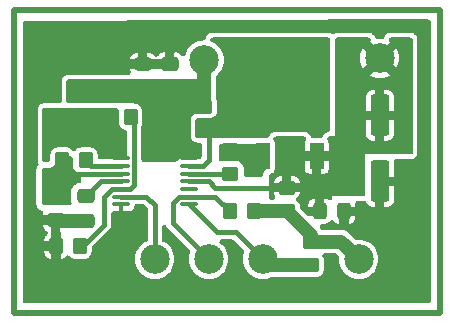
<source format=gbr>
%TF.GenerationSoftware,KiCad,Pcbnew,(5.99.0-8944-g488cfb9ec7)*%
%TF.CreationDate,2021-07-25T21:07:32+02:00*%
%TF.ProjectId,hotswap_tb,686f7473-7761-4705-9f74-622e6b696361,rev?*%
%TF.SameCoordinates,Original*%
%TF.FileFunction,Copper,L1,Top*%
%TF.FilePolarity,Positive*%
%FSLAX46Y46*%
G04 Gerber Fmt 4.6, Leading zero omitted, Abs format (unit mm)*
G04 Created by KiCad (PCBNEW (5.99.0-8944-g488cfb9ec7)) date 2021-07-25 21:07:32*
%MOMM*%
%LPD*%
G01*
G04 APERTURE LIST*
G04 Aperture macros list*
%AMRoundRect*
0 Rectangle with rounded corners*
0 $1 Rounding radius*
0 $2 $3 $4 $5 $6 $7 $8 $9 X,Y pos of 4 corners*
0 Add a 4 corners polygon primitive as box body*
4,1,4,$2,$3,$4,$5,$6,$7,$8,$9,$2,$3,0*
0 Add four circle primitives for the rounded corners*
1,1,$1+$1,$2,$3*
1,1,$1+$1,$4,$5*
1,1,$1+$1,$6,$7*
1,1,$1+$1,$8,$9*
0 Add four rect primitives between the rounded corners*
20,1,$1+$1,$2,$3,$4,$5,0*
20,1,$1+$1,$4,$5,$6,$7,0*
20,1,$1+$1,$6,$7,$8,$9,0*
20,1,$1+$1,$8,$9,$2,$3,0*%
G04 Aperture macros list end*
%TA.AperFunction,Profile*%
%ADD10C,0.500000*%
%TD*%
%TA.AperFunction,SMDPad,CuDef*%
%ADD11C,2.500000*%
%TD*%
%TA.AperFunction,SMDPad,CuDef*%
%ADD12RoundRect,0.100000X-0.637500X-0.100000X0.637500X-0.100000X0.637500X0.100000X-0.637500X0.100000X0*%
%TD*%
%TA.AperFunction,SMDPad,CuDef*%
%ADD13RoundRect,0.250000X-0.350000X-0.450000X0.350000X-0.450000X0.350000X0.450000X-0.350000X0.450000X0*%
%TD*%
%TA.AperFunction,SMDPad,CuDef*%
%ADD14RoundRect,0.250000X0.350000X0.450000X-0.350000X0.450000X-0.350000X-0.450000X0.350000X-0.450000X0*%
%TD*%
%TA.AperFunction,SMDPad,CuDef*%
%ADD15RoundRect,0.250000X-0.325000X-0.450000X0.325000X-0.450000X0.325000X0.450000X-0.325000X0.450000X0*%
%TD*%
%TA.AperFunction,SMDPad,CuDef*%
%ADD16RoundRect,0.250000X-0.450000X0.350000X-0.450000X-0.350000X0.450000X-0.350000X0.450000X0.350000X0*%
%TD*%
%TA.AperFunction,SMDPad,CuDef*%
%ADD17RoundRect,0.250000X0.450000X-0.325000X0.450000X0.325000X-0.450000X0.325000X-0.450000X-0.325000X0*%
%TD*%
%TA.AperFunction,SMDPad,CuDef*%
%ADD18RoundRect,0.250000X-0.475000X0.337500X-0.475000X-0.337500X0.475000X-0.337500X0.475000X0.337500X0*%
%TD*%
%TA.AperFunction,SMDPad,CuDef*%
%ADD19RoundRect,0.250000X-0.550000X1.500000X-0.550000X-1.500000X0.550000X-1.500000X0.550000X1.500000X0*%
%TD*%
%TA.AperFunction,SMDPad,CuDef*%
%ADD20R,1.200000X2.200000*%
%TD*%
%TA.AperFunction,SMDPad,CuDef*%
%ADD21R,5.800000X6.400000*%
%TD*%
%TA.AperFunction,SMDPad,CuDef*%
%ADD22RoundRect,0.250000X0.475000X-0.337500X0.475000X0.337500X-0.475000X0.337500X-0.475000X-0.337500X0*%
%TD*%
%TA.AperFunction,SMDPad,CuDef*%
%ADD23RoundRect,0.250000X0.450000X-0.350000X0.450000X0.350000X-0.450000X0.350000X-0.450000X-0.350000X0*%
%TD*%
%TA.AperFunction,Conductor*%
%ADD24C,1.175000*%
%TD*%
%TA.AperFunction,Conductor*%
%ADD25C,0.800000*%
%TD*%
%TA.AperFunction,Conductor*%
%ADD26C,0.400000*%
%TD*%
G04 APERTURE END LIST*
D10*
X140716000Y-47244000D02*
X176784000Y-47244000D01*
X176784000Y-47244000D02*
X176784000Y-72898000D01*
X176784000Y-72898000D02*
X140716000Y-72898000D01*
X140716000Y-72898000D02*
X140716000Y-47244000D01*
D11*
%TO.P,TP5,1,1*%
%TO.N,Net-(TP5-Pad1)*%
X152654000Y-68326000D03*
%TD*%
D12*
%TO.P,U2,1,UVEN*%
%TO.N,Net-(R1-Pad2)*%
X149791500Y-59772000D03*
%TO.P,U2,2,VREF*%
%TO.N,/VREF*%
X149791500Y-60422000D03*
%TO.P,U2,3,PROG*%
%TO.N,/PROG*%
X149791500Y-61072000D03*
%TO.P,U2,4,TIMER*%
%TO.N,/TIMER*%
X149791500Y-61722000D03*
%TO.P,U2,5,OV*%
%TO.N,/EN*%
X149791500Y-62372000D03*
%TO.P,U2,6,IMON*%
%TO.N,Net-(TP5-Pad1)*%
X149791500Y-63022000D03*
%TO.P,U2,7,GND*%
%TO.N,GND*%
X149791500Y-63672000D03*
%TO.P,U2,8,~PG*%
%TO.N,/PG*%
X155516500Y-63672000D03*
%TO.P,U2,9,~FLT*%
%TO.N,Net-(R10-Pad2)*%
X155516500Y-63022000D03*
%TO.P,U2,10,NC*%
%TO.N,N/C*%
X155516500Y-62372000D03*
%TO.P,U2,11,OUT*%
%TO.N,/OUT*%
X155516500Y-61722000D03*
%TO.P,U2,12,GATE*%
%TO.N,/GATE*%
X155516500Y-61072000D03*
%TO.P,U2,13,SENSE*%
%TO.N,/SENS*%
X155516500Y-60422000D03*
%TO.P,U2,14,VCC*%
%TO.N,/HS_in*%
X155516500Y-59772000D03*
%TD*%
D11*
%TO.P,TP6,1,1*%
%TO.N,/OUT*%
X171704000Y-51308000D03*
%TD*%
%TO.P,TP4,1,1*%
%TO.N,/PG*%
X161798000Y-68326000D03*
%TD*%
D13*
%TO.P,R2,1*%
%TO.N,Net-(R1-Pad2)*%
X148606000Y-56261000D03*
%TO.P,R2,2*%
%TO.N,/EN*%
X150606000Y-56261000D03*
%TD*%
D14*
%TO.P,R3,1*%
%TO.N,/EN*%
X146304000Y-67183000D03*
%TO.P,R3,2*%
%TO.N,GND*%
X144304000Y-67183000D03*
%TD*%
D15*
%TO.P,D2,1,K*%
%TO.N,/OUT*%
X166615000Y-64262000D03*
%TO.P,D2,2,A*%
%TO.N,GND*%
X168665000Y-64262000D03*
%TD*%
D16*
%TO.P,R1,1*%
%TO.N,/HS_in*%
X146177000Y-54372000D03*
%TO.P,R1,2*%
%TO.N,Net-(R1-Pad2)*%
X146177000Y-56372000D03*
%TD*%
D17*
%TO.P,D1,1,K*%
%TO.N,/HS_in*%
X151638000Y-53857000D03*
%TO.P,D1,2,A*%
%TO.N,GND*%
X151638000Y-51807000D03*
%TD*%
D18*
%TO.P,C2,1*%
%TO.N,/TIMER*%
X146812000Y-62970500D03*
%TO.P,C2,2*%
%TO.N,GND*%
X146812000Y-65045500D03*
%TD*%
D11*
%TO.P,TP2,1,1*%
%TO.N,Net-(R10-Pad1)*%
X169926000Y-68326000D03*
%TD*%
%TO.P,TP1,1,1*%
%TO.N,/HS_in*%
X156845000Y-51435000D03*
%TD*%
D14*
%TO.P,R10,1*%
%TO.N,Net-(R10-Pad1)*%
X161020000Y-64262000D03*
%TO.P,R10,2*%
%TO.N,Net-(R10-Pad2)*%
X159020000Y-64262000D03*
%TD*%
D11*
%TO.P,TP3,1,1*%
%TO.N,Net-(R10-Pad2)*%
X157226000Y-68326000D03*
%TD*%
D13*
%TO.P,R6,1*%
%TO.N,/PROG*%
X144812000Y-59944000D03*
%TO.P,R6,2*%
%TO.N,/VREF*%
X146812000Y-59944000D03*
%TD*%
D19*
%TO.P,C3,1*%
%TO.N,/OUT*%
X171704000Y-56128000D03*
%TO.P,C3,2*%
%TO.N,GND*%
X171704000Y-61728000D03*
%TD*%
D16*
%TO.P,R9,1*%
%TO.N,Net-(R10-Pad1)*%
X165862000Y-66818000D03*
%TO.P,R9,2*%
%TO.N,/PG*%
X165862000Y-68818000D03*
%TD*%
D20*
%TO.P,Q1,1,G*%
%TO.N,Net-(Q1-Pad1)*%
X161804000Y-59572000D03*
D21*
%TO.P,Q1,2,D*%
%TO.N,/SENS*%
X164084000Y-53272000D03*
D20*
%TO.P,Q1,3,S*%
%TO.N,/OUT*%
X166364000Y-59572000D03*
%TD*%
D16*
%TO.P,R5,1*%
%TO.N,/PROG*%
X144272000Y-63008000D03*
%TO.P,R5,2*%
%TO.N,GND*%
X144272000Y-65008000D03*
%TD*%
D22*
%TO.P,C1,1*%
%TO.N,/HS_in*%
X153924000Y-53869500D03*
%TO.P,C1,2*%
%TO.N,GND*%
X153924000Y-51794500D03*
%TD*%
D16*
%TO.P,R4,1*%
%TO.N,/HS_in*%
X156845000Y-55388000D03*
%TO.P,R4,2*%
%TO.N,/SENS*%
X156845000Y-57388000D03*
%TD*%
%TO.P,R8,1*%
%TO.N,/OUT*%
X163830000Y-62262000D03*
%TO.P,R8,2*%
%TO.N,Net-(R10-Pad1)*%
X163830000Y-64262000D03*
%TD*%
D23*
%TO.P,R7,1*%
%TO.N,/GATE*%
X159004000Y-61087000D03*
%TO.P,R7,2*%
%TO.N,Net-(Q1-Pad1)*%
X159004000Y-59087000D03*
%TD*%
D24*
%TO.N,GND*%
X144309500Y-65045500D02*
X144272000Y-65008000D01*
X146812000Y-65045500D02*
X144309500Y-65045500D01*
D25*
%TO.N,/HS_in*%
X156845000Y-55388000D02*
X156829000Y-55388000D01*
D24*
X156845000Y-51435000D02*
X156845000Y-55388000D01*
D26*
%TO.N,/TIMER*%
X148060500Y-61722000D02*
X146812000Y-62970500D01*
X149791500Y-61722000D02*
X148060500Y-61722000D01*
%TO.N,/OUT*%
X157766000Y-62262000D02*
X163830000Y-62262000D01*
X155516500Y-61722000D02*
X157226000Y-61722000D01*
X157226000Y-61722000D02*
X157766000Y-62262000D01*
%TO.N,/SENS*%
X157226000Y-57769000D02*
X156845000Y-57388000D01*
X157226000Y-59944000D02*
X157226000Y-57769000D01*
X155516500Y-60422000D02*
X156748000Y-60422000D01*
X156748000Y-60422000D02*
X157226000Y-59944000D01*
%TO.N,/EN*%
X148996864Y-62372000D02*
X148336000Y-63032864D01*
X146558000Y-67183000D02*
X146304000Y-67183000D01*
X149791500Y-62372000D02*
X148996864Y-62372000D01*
X150929020Y-62029116D02*
X150929020Y-56711020D01*
X149791500Y-62372000D02*
X150586136Y-62372000D01*
X150586136Y-62372000D02*
X150929020Y-62029116D01*
X150929020Y-56711020D02*
X150479000Y-56261000D01*
X148336000Y-63032864D02*
X148336000Y-65405000D01*
X148336000Y-65405000D02*
X146558000Y-67183000D01*
%TO.N,/PROG*%
X145940000Y-61072000D02*
X144812000Y-59944000D01*
X149791500Y-61072000D02*
X145940000Y-61072000D01*
%TO.N,/VREF*%
X147290000Y-60422000D02*
X146812000Y-59944000D01*
X149791500Y-60422000D02*
X147290000Y-60422000D01*
%TO.N,/GATE*%
X158989000Y-61072000D02*
X159004000Y-61087000D01*
X155516500Y-61072000D02*
X158989000Y-61072000D01*
D24*
%TO.N,Net-(R10-Pad1)*%
X168418000Y-66818000D02*
X165862000Y-66818000D01*
X165862000Y-66818000D02*
X165862000Y-66294000D01*
X165862000Y-66294000D02*
X163830000Y-64262000D01*
X169926000Y-68326000D02*
X168418000Y-66818000D01*
X161020000Y-64262000D02*
X163830000Y-64262000D01*
%TO.N,/PG*%
X162290000Y-68818000D02*
X161798000Y-68326000D01*
D26*
X161798000Y-68326000D02*
X159512000Y-66040000D01*
D24*
X165862000Y-68818000D02*
X162290000Y-68818000D01*
D26*
X159512000Y-66040000D02*
X157884500Y-66040000D01*
X157884500Y-66040000D02*
X155516500Y-63672000D01*
%TO.N,Net-(R10-Pad2)*%
X154178000Y-65278000D02*
X154178000Y-64262000D01*
X154178000Y-63565864D02*
X154721864Y-63022000D01*
X157226000Y-68326000D02*
X154178000Y-65278000D01*
X157780000Y-63022000D02*
X159020000Y-64262000D01*
X154178000Y-64262000D02*
X154178000Y-63565864D01*
X154721864Y-63022000D02*
X155516500Y-63022000D01*
X155516500Y-63022000D02*
X157780000Y-63022000D01*
%TO.N,Net-(TP5-Pad1)*%
X152654000Y-63754000D02*
X152654000Y-68326000D01*
X149791500Y-63022000D02*
X151922000Y-63022000D01*
X151922000Y-63022000D02*
X152654000Y-63754000D01*
%TD*%
%TA.AperFunction,Conductor*%
%TO.N,Net-(R1-Pad2)*%
G36*
X149499252Y-55518707D02*
G01*
X149568493Y-55573926D01*
X149606920Y-55653718D01*
X149608384Y-55735288D01*
X149607259Y-55741184D01*
X149607258Y-55741190D01*
X149605500Y-55750408D01*
X149605500Y-56750579D01*
X149621094Y-56874016D01*
X149681581Y-57026790D01*
X149778161Y-57159721D01*
X149904766Y-57264457D01*
X149916090Y-57269786D01*
X149916092Y-57269787D01*
X150042110Y-57329087D01*
X150053439Y-57334418D01*
X150065734Y-57336763D01*
X150065739Y-57336765D01*
X150137595Y-57350472D01*
X150166809Y-57356044D01*
X150247929Y-57391581D01*
X150305597Y-57458795D01*
X150328520Y-57551519D01*
X150328520Y-59622500D01*
X150308813Y-59708843D01*
X150253594Y-59778084D01*
X150173802Y-59816511D01*
X150129520Y-59821500D01*
X148011500Y-59821500D01*
X147925157Y-59801793D01*
X147855916Y-59746574D01*
X147817489Y-59666782D01*
X147812500Y-59622500D01*
X147812500Y-59454421D01*
X147796906Y-59330984D01*
X147736419Y-59178210D01*
X147718897Y-59154092D01*
X147647201Y-59055412D01*
X147639839Y-59045279D01*
X147513234Y-58940543D01*
X147501910Y-58935214D01*
X147501908Y-58935213D01*
X147375890Y-58875913D01*
X147375889Y-58875913D01*
X147364561Y-58870582D01*
X147296114Y-58857525D01*
X147231814Y-58845259D01*
X147231812Y-58845259D01*
X147222592Y-58843500D01*
X146422421Y-58843500D01*
X146298984Y-58859094D01*
X146146210Y-58919581D01*
X146013279Y-59016161D01*
X146005299Y-59025808D01*
X146005293Y-59025813D01*
X145966721Y-59072439D01*
X145896500Y-59126406D01*
X145809817Y-59144560D01*
X145723842Y-59123306D01*
X145652397Y-59062563D01*
X145639839Y-59045279D01*
X145513234Y-58940543D01*
X145501910Y-58935214D01*
X145501908Y-58935213D01*
X145375890Y-58875913D01*
X145375889Y-58875913D01*
X145364561Y-58870582D01*
X145296114Y-58857525D01*
X145231814Y-58845259D01*
X145231812Y-58845259D01*
X145222592Y-58843500D01*
X144422421Y-58843500D01*
X144298984Y-58859094D01*
X144146210Y-58919581D01*
X144013279Y-59016161D01*
X143995793Y-59037298D01*
X143924642Y-59123306D01*
X143908543Y-59142766D01*
X143903214Y-59154090D01*
X143903213Y-59154092D01*
X143843913Y-59280110D01*
X143838582Y-59291439D01*
X143811500Y-59433408D01*
X143811500Y-59872000D01*
X143791793Y-59958343D01*
X143736574Y-60027584D01*
X143656782Y-60066011D01*
X143612500Y-60071000D01*
X143328000Y-60071000D01*
X143241657Y-60051293D01*
X143172416Y-59996074D01*
X143133989Y-59916282D01*
X143129000Y-59872000D01*
X143129000Y-55698000D01*
X143148707Y-55611657D01*
X143203926Y-55542416D01*
X143283718Y-55503989D01*
X143328000Y-55499000D01*
X149412909Y-55499000D01*
X149499252Y-55518707D01*
G37*
%TD.AperFunction*%
%TD*%
%TA.AperFunction,Conductor*%
%TO.N,/SENS*%
G36*
X167381343Y-49549707D02*
G01*
X167450584Y-49604926D01*
X167489011Y-49684718D01*
X167494000Y-49729000D01*
X167494000Y-57331342D01*
X167474293Y-57417685D01*
X167419074Y-57486926D01*
X167334917Y-57526297D01*
X167289560Y-57535584D01*
X167289554Y-57535585D01*
X167286821Y-57536145D01*
X167284124Y-57536857D01*
X167253712Y-57544884D01*
X167253710Y-57544885D01*
X167243450Y-57547593D01*
X167131943Y-57604410D01*
X167060294Y-57656467D01*
X167018981Y-57690959D01*
X166943170Y-57790530D01*
X166939470Y-57797405D01*
X166939468Y-57797409D01*
X166916550Y-57840000D01*
X166901204Y-57868519D01*
X166878950Y-57917513D01*
X166876552Y-57916424D01*
X166840039Y-57977529D01*
X166766124Y-58026314D01*
X166696210Y-58039000D01*
X166028938Y-58039000D01*
X165942595Y-58019293D01*
X165873354Y-57964074D01*
X165843654Y-57907374D01*
X165842201Y-57907938D01*
X165839369Y-57900641D01*
X165837122Y-57893160D01*
X165832847Y-57884282D01*
X165800143Y-57816375D01*
X165798695Y-57813368D01*
X165772142Y-57766571D01*
X165687709Y-57674196D01*
X165668172Y-57658615D01*
X165662405Y-57654017D01*
X165618468Y-57618977D01*
X165574228Y-57588327D01*
X165563855Y-57584166D01*
X165563851Y-57584164D01*
X165465332Y-57544646D01*
X165465326Y-57544644D01*
X165458076Y-57541736D01*
X165450461Y-57539998D01*
X165450458Y-57539997D01*
X165420121Y-57533073D01*
X165371733Y-57522029D01*
X165366198Y-57521405D01*
X165366190Y-57521404D01*
X165288268Y-57512624D01*
X165288260Y-57512624D01*
X165282726Y-57512000D01*
X162885892Y-57512000D01*
X162880902Y-57512506D01*
X162880894Y-57512506D01*
X162810656Y-57519623D01*
X162810649Y-57519624D01*
X162805656Y-57520130D01*
X162800739Y-57521137D01*
X162800731Y-57521138D01*
X162755453Y-57530409D01*
X162727444Y-57536144D01*
X162724743Y-57536857D01*
X162694338Y-57544882D01*
X162694335Y-57544883D01*
X162684072Y-57547592D01*
X162572565Y-57604408D01*
X162566244Y-57609001D01*
X162566240Y-57609003D01*
X162503622Y-57654498D01*
X162500915Y-57656465D01*
X162459605Y-57690953D01*
X162452837Y-57699842D01*
X162452835Y-57699844D01*
X162394625Y-57776296D01*
X162383792Y-57790524D01*
X162341825Y-57868512D01*
X162340441Y-57871559D01*
X162340437Y-57871567D01*
X162323916Y-57907938D01*
X162319568Y-57917511D01*
X162317170Y-57916422D01*
X162280665Y-57977520D01*
X162206753Y-58026310D01*
X162136828Y-58039000D01*
X156282000Y-58039000D01*
X156195657Y-58019293D01*
X156126416Y-57964074D01*
X156087989Y-57884282D01*
X156083000Y-57840000D01*
X156083000Y-56581091D01*
X156102707Y-56494748D01*
X156157926Y-56425507D01*
X156237718Y-56387080D01*
X156319288Y-56385616D01*
X156325184Y-56386741D01*
X156325190Y-56386742D01*
X156334408Y-56388500D01*
X157334579Y-56388500D01*
X157458016Y-56372906D01*
X157610790Y-56312419D01*
X157743721Y-56215839D01*
X157848457Y-56089234D01*
X157918418Y-55940561D01*
X157945500Y-55798592D01*
X157945500Y-54998421D01*
X157929906Y-54874984D01*
X157869419Y-54722210D01*
X157862057Y-54712078D01*
X157857615Y-54703997D01*
X157833289Y-54618840D01*
X157833000Y-54608127D01*
X157833000Y-52853323D01*
X157852707Y-52766980D01*
X157902760Y-52702002D01*
X158009673Y-52610690D01*
X158015615Y-52605615D01*
X158184328Y-52408078D01*
X158188408Y-52401421D01*
X158188411Y-52401416D01*
X158315977Y-52193245D01*
X158320061Y-52186581D01*
X158419474Y-51946578D01*
X158480118Y-51693977D01*
X158500500Y-51435000D01*
X158480118Y-51176023D01*
X158419474Y-50923422D01*
X158320061Y-50683419D01*
X158269143Y-50600329D01*
X158188411Y-50468584D01*
X158188408Y-50468579D01*
X158184328Y-50461922D01*
X158015615Y-50264385D01*
X157818078Y-50095672D01*
X157811421Y-50091592D01*
X157811416Y-50091589D01*
X157679671Y-50010857D01*
X157596581Y-49959939D01*
X157482902Y-49912852D01*
X157410675Y-49861602D01*
X157367835Y-49784090D01*
X157362870Y-49695666D01*
X157396762Y-49613844D01*
X157462799Y-49554830D01*
X157547901Y-49530313D01*
X157559058Y-49530000D01*
X167295000Y-49530000D01*
X167381343Y-49549707D01*
G37*
%TD.AperFunction*%
%TD*%
%TA.AperFunction,Conductor*%
%TO.N,Net-(Q1-Pad1)*%
G36*
X162188843Y-58566707D02*
G01*
X162258084Y-58621926D01*
X162296511Y-58701718D01*
X162301500Y-58746000D01*
X162301500Y-60456772D01*
X162281793Y-60543115D01*
X162226574Y-60612356D01*
X162188844Y-60636064D01*
X162164163Y-60647950D01*
X162164157Y-60647953D01*
X162160507Y-60649711D01*
X162089082Y-60691598D01*
X161983759Y-60790663D01*
X161928540Y-60859904D01*
X161882352Y-60928649D01*
X161830443Y-61063602D01*
X161810736Y-61149945D01*
X161810110Y-61155501D01*
X161809121Y-61164279D01*
X161779871Y-61247872D01*
X161717248Y-61310497D01*
X161633655Y-61339748D01*
X161611372Y-61341000D01*
X160411500Y-61341000D01*
X160325157Y-61321293D01*
X160255916Y-61266074D01*
X160217489Y-61186282D01*
X160212500Y-61142000D01*
X160212500Y-60694114D01*
X160211548Y-60685944D01*
X160198361Y-60572845D01*
X160197022Y-60561357D01*
X160136687Y-60395136D01*
X160039731Y-60247253D01*
X159911355Y-60125642D01*
X159758445Y-60036825D01*
X159589204Y-59985567D01*
X159579033Y-59984659D01*
X159579032Y-59984659D01*
X159514440Y-59978894D01*
X159514433Y-59978894D01*
X159510022Y-59978500D01*
X158511114Y-59978500D01*
X158505378Y-59979169D01*
X158505374Y-59979169D01*
X158389840Y-59992639D01*
X158389838Y-59992639D01*
X158378357Y-59993978D01*
X158367489Y-59997923D01*
X158359781Y-59999745D01*
X158271220Y-60000430D01*
X158191133Y-59962623D01*
X158135380Y-59893810D01*
X158115000Y-59806083D01*
X158115000Y-58746000D01*
X158134707Y-58659657D01*
X158189926Y-58590416D01*
X158269718Y-58551989D01*
X158314000Y-58547000D01*
X162102500Y-58547000D01*
X162188843Y-58566707D01*
G37*
%TD.AperFunction*%
%TD*%
%TA.AperFunction,Conductor*%
%TO.N,/OUT*%
G36*
X170831767Y-49549707D02*
G01*
X170901008Y-49604926D01*
X170939435Y-49684718D01*
X170939435Y-49773282D01*
X170901008Y-49853074D01*
X170884550Y-49871285D01*
X170861476Y-49893847D01*
X170871197Y-49909512D01*
X171688145Y-50726460D01*
X171704620Y-50736812D01*
X171712131Y-50734184D01*
X172537203Y-49909112D01*
X172546567Y-49894209D01*
X172522592Y-49870502D01*
X172475053Y-49795779D01*
X172464643Y-49707829D01*
X172493424Y-49624073D01*
X172555696Y-49561099D01*
X172639124Y-49531379D01*
X172662514Y-49530000D01*
X174299000Y-49530000D01*
X174385343Y-49549707D01*
X174454584Y-49604926D01*
X174493011Y-49684718D01*
X174498000Y-49729000D01*
X174498000Y-59237000D01*
X174478293Y-59323343D01*
X174423074Y-59392584D01*
X174343282Y-59431011D01*
X174299000Y-59436000D01*
X170434000Y-59436000D01*
X170434000Y-62793000D01*
X170414293Y-62879343D01*
X170359074Y-62948584D01*
X170279282Y-62987011D01*
X170235000Y-62992000D01*
X167640000Y-62992000D01*
X167640000Y-63124815D01*
X167620293Y-63211158D01*
X167565074Y-63280399D01*
X167485282Y-63318826D01*
X167396718Y-63318826D01*
X167314150Y-63278145D01*
X167300611Y-63266944D01*
X167279640Y-63253635D01*
X167153730Y-63194387D01*
X167130112Y-63186713D01*
X167037026Y-63168955D01*
X167018296Y-63169628D01*
X167015000Y-63185367D01*
X167015000Y-64463000D01*
X166995293Y-64549343D01*
X166940074Y-64618584D01*
X166860282Y-64657011D01*
X166816000Y-64662000D01*
X165709671Y-64662000D01*
X165623328Y-64642293D01*
X165568957Y-64603714D01*
X164988786Y-64023543D01*
X164941667Y-63948555D01*
X164930500Y-63882829D01*
X164930500Y-63872421D01*
X164916401Y-63760821D01*
X165640000Y-63760821D01*
X165640000Y-63839577D01*
X165644330Y-63858547D01*
X165651500Y-63862000D01*
X166192577Y-63862000D01*
X166211547Y-63857670D01*
X166215000Y-63850500D01*
X166215000Y-63188898D01*
X166210670Y-63169928D01*
X166209230Y-63169234D01*
X166197676Y-63168663D01*
X166139524Y-63176009D01*
X166115473Y-63182185D01*
X165986089Y-63233411D01*
X165964323Y-63245377D01*
X165851747Y-63327169D01*
X165833643Y-63344171D01*
X165744947Y-63451385D01*
X165731635Y-63472360D01*
X165672387Y-63598270D01*
X165664713Y-63621888D01*
X165641759Y-63742213D01*
X165640000Y-63760821D01*
X164916401Y-63760821D01*
X164914906Y-63748984D01*
X164854419Y-63596210D01*
X164842086Y-63579234D01*
X164765201Y-63473412D01*
X164757839Y-63463279D01*
X164748192Y-63455299D01*
X164748188Y-63455294D01*
X164701167Y-63416396D01*
X164647200Y-63346175D01*
X164629045Y-63259493D01*
X164650298Y-63173517D01*
X164711041Y-63102070D01*
X164718254Y-63096829D01*
X164736357Y-63079829D01*
X164825053Y-62972615D01*
X164838365Y-62951640D01*
X164897613Y-62825730D01*
X164905287Y-62802112D01*
X164928241Y-62681787D01*
X164928580Y-62678201D01*
X164925670Y-62665453D01*
X164918500Y-62662000D01*
X162753739Y-62662000D01*
X162734769Y-62666330D01*
X162734075Y-62667770D01*
X162733505Y-62679324D01*
X162744009Y-62762474D01*
X162750185Y-62786529D01*
X162801411Y-62915911D01*
X162813377Y-62937677D01*
X162828165Y-62958030D01*
X162862973Y-63039466D01*
X162859000Y-63127940D01*
X162817033Y-63205929D01*
X162745384Y-63257986D01*
X162667171Y-63274000D01*
X162505000Y-63274000D01*
X162418657Y-63254293D01*
X162349416Y-63199074D01*
X162310989Y-63119282D01*
X162306000Y-63075000D01*
X162306000Y-61845799D01*
X162731420Y-61845799D01*
X162734330Y-61858547D01*
X162741500Y-61862000D01*
X163407577Y-61862000D01*
X163426547Y-61857670D01*
X163430000Y-61850500D01*
X163430000Y-61284423D01*
X163427507Y-61273500D01*
X164230000Y-61273500D01*
X164230000Y-61839577D01*
X164234330Y-61858547D01*
X164241500Y-61862000D01*
X164906261Y-61862000D01*
X164925231Y-61857670D01*
X164925925Y-61856230D01*
X164926495Y-61844676D01*
X164915991Y-61761526D01*
X164909815Y-61737471D01*
X164858589Y-61608089D01*
X164846623Y-61586323D01*
X164764831Y-61473747D01*
X164747829Y-61455643D01*
X164640615Y-61366947D01*
X164619640Y-61353635D01*
X164493730Y-61294387D01*
X164470112Y-61286713D01*
X164349787Y-61263759D01*
X164331179Y-61262000D01*
X164252423Y-61262000D01*
X164233453Y-61266330D01*
X164230000Y-61273500D01*
X163427507Y-61273500D01*
X163425670Y-61265453D01*
X163418500Y-61262000D01*
X163346668Y-61262000D01*
X163334225Y-61262783D01*
X163229525Y-61276009D01*
X163205473Y-61282185D01*
X163076089Y-61333411D01*
X163054323Y-61345377D01*
X162941747Y-61427169D01*
X162923643Y-61444171D01*
X162834947Y-61551385D01*
X162821635Y-61572360D01*
X162762387Y-61698270D01*
X162754713Y-61721888D01*
X162731759Y-61842213D01*
X162731420Y-61845799D01*
X162306000Y-61845799D01*
X162306000Y-61262984D01*
X162325707Y-61176641D01*
X162380926Y-61107400D01*
X162460718Y-61068973D01*
X162473867Y-61066434D01*
X162494292Y-61063199D01*
X162529306Y-61057653D01*
X162642347Y-61000056D01*
X162732056Y-60910347D01*
X162789653Y-60797306D01*
X162809500Y-60672000D01*
X162809500Y-59983500D01*
X165359000Y-59983500D01*
X165359000Y-60664176D01*
X165360224Y-60679728D01*
X165376372Y-60781682D01*
X165385933Y-60811108D01*
X165429238Y-60896099D01*
X165447422Y-60921127D01*
X165514873Y-60988578D01*
X165539901Y-61006762D01*
X165624892Y-61050067D01*
X165654318Y-61059628D01*
X165756272Y-61075776D01*
X165771824Y-61077000D01*
X165941577Y-61077000D01*
X165960547Y-61072670D01*
X165964000Y-61065500D01*
X165964000Y-59994423D01*
X165961507Y-59983500D01*
X166764000Y-59983500D01*
X166764000Y-61054577D01*
X166768330Y-61073547D01*
X166775500Y-61077000D01*
X166956176Y-61077000D01*
X166971728Y-61075776D01*
X167073682Y-61059628D01*
X167103108Y-61050067D01*
X167188099Y-61006762D01*
X167213127Y-60988578D01*
X167280578Y-60921127D01*
X167298762Y-60896099D01*
X167342067Y-60811108D01*
X167351628Y-60781682D01*
X167367776Y-60679728D01*
X167369000Y-60664176D01*
X167369000Y-59994423D01*
X167364670Y-59975453D01*
X167357500Y-59972000D01*
X166786423Y-59972000D01*
X166767453Y-59976330D01*
X166764000Y-59983500D01*
X165961507Y-59983500D01*
X165959670Y-59975453D01*
X165952500Y-59972000D01*
X165381423Y-59972000D01*
X165362453Y-59976330D01*
X165359000Y-59983500D01*
X162809500Y-59983500D01*
X162809500Y-58472000D01*
X162789653Y-58346694D01*
X162732056Y-58233653D01*
X162723797Y-58225394D01*
X162690090Y-58146533D01*
X162694063Y-58058059D01*
X162736030Y-57980071D01*
X162807680Y-57928014D01*
X162885892Y-57912000D01*
X165282726Y-57912000D01*
X165369069Y-57931707D01*
X165438310Y-57986926D01*
X165476737Y-58066718D01*
X165476737Y-58155282D01*
X165443719Y-58227971D01*
X165429237Y-58247904D01*
X165385933Y-58332892D01*
X165376372Y-58362318D01*
X165360224Y-58464272D01*
X165359000Y-58479824D01*
X165359000Y-59149577D01*
X165363330Y-59168547D01*
X165370500Y-59172000D01*
X167346577Y-59172000D01*
X167365547Y-59167670D01*
X167369000Y-59160500D01*
X167369000Y-58479824D01*
X167367776Y-58464272D01*
X167351628Y-58362318D01*
X167342067Y-58332892D01*
X167298763Y-58247904D01*
X167284281Y-58227971D01*
X167249472Y-58146535D01*
X167253445Y-58058061D01*
X167295411Y-57980072D01*
X167367060Y-57928015D01*
X167445274Y-57912000D01*
X167894000Y-57912000D01*
X167894000Y-56539500D01*
X170504000Y-56539500D01*
X170504000Y-57661332D01*
X170504783Y-57673775D01*
X170518009Y-57778475D01*
X170524185Y-57802527D01*
X170575411Y-57931911D01*
X170587377Y-57953677D01*
X170669169Y-58066253D01*
X170686171Y-58084357D01*
X170793385Y-58173053D01*
X170814360Y-58186365D01*
X170940270Y-58245613D01*
X170963888Y-58253287D01*
X171084213Y-58276241D01*
X171102821Y-58278000D01*
X171281577Y-58278000D01*
X171300547Y-58273670D01*
X171304000Y-58266500D01*
X171304000Y-56550423D01*
X171301507Y-56539500D01*
X172104000Y-56539500D01*
X172104000Y-58255577D01*
X172108330Y-58274547D01*
X172115500Y-58278000D01*
X172287332Y-58278000D01*
X172299775Y-58277217D01*
X172404475Y-58263991D01*
X172428527Y-58257815D01*
X172557911Y-58206589D01*
X172579677Y-58194623D01*
X172692253Y-58112831D01*
X172710357Y-58095829D01*
X172799053Y-57988615D01*
X172812365Y-57967640D01*
X172871613Y-57841730D01*
X172879287Y-57818112D01*
X172902241Y-57697787D01*
X172904000Y-57679179D01*
X172904000Y-56550423D01*
X172899670Y-56531453D01*
X172892500Y-56528000D01*
X172126423Y-56528000D01*
X172107453Y-56532330D01*
X172104000Y-56539500D01*
X171301507Y-56539500D01*
X171299670Y-56531453D01*
X171292500Y-56528000D01*
X170526423Y-56528000D01*
X170507453Y-56532330D01*
X170504000Y-56539500D01*
X167894000Y-56539500D01*
X167894000Y-54576821D01*
X170504000Y-54576821D01*
X170504000Y-55705577D01*
X170508330Y-55724547D01*
X170515500Y-55728000D01*
X171281577Y-55728000D01*
X171300547Y-55723670D01*
X171304000Y-55716500D01*
X171304000Y-54000423D01*
X171301507Y-53989500D01*
X172104000Y-53989500D01*
X172104000Y-55705577D01*
X172108330Y-55724547D01*
X172115500Y-55728000D01*
X172881577Y-55728000D01*
X172900547Y-55723670D01*
X172904000Y-55716500D01*
X172904000Y-54594668D01*
X172903217Y-54582225D01*
X172889991Y-54477525D01*
X172883815Y-54453473D01*
X172832589Y-54324089D01*
X172820623Y-54302323D01*
X172738831Y-54189747D01*
X172721829Y-54171643D01*
X172614615Y-54082947D01*
X172593640Y-54069635D01*
X172467730Y-54010387D01*
X172444112Y-54002713D01*
X172323787Y-53979759D01*
X172305179Y-53978000D01*
X172126423Y-53978000D01*
X172107453Y-53982330D01*
X172104000Y-53989500D01*
X171301507Y-53989500D01*
X171299670Y-53981453D01*
X171292500Y-53978000D01*
X171120668Y-53978000D01*
X171108225Y-53978783D01*
X171003525Y-53992009D01*
X170979473Y-53998185D01*
X170850089Y-54049411D01*
X170828323Y-54061377D01*
X170715747Y-54143169D01*
X170697643Y-54160171D01*
X170608947Y-54267385D01*
X170595635Y-54288360D01*
X170536387Y-54414270D01*
X170528713Y-54437888D01*
X170505759Y-54558213D01*
X170504000Y-54576821D01*
X167894000Y-54576821D01*
X167894000Y-52721790D01*
X170861433Y-52721790D01*
X170874546Y-52734756D01*
X170945974Y-52778527D01*
X170959873Y-52785610D01*
X171185351Y-52879006D01*
X171200181Y-52883825D01*
X171437499Y-52940799D01*
X171452893Y-52943237D01*
X171696211Y-52962387D01*
X171711789Y-52962387D01*
X171955107Y-52943237D01*
X171970501Y-52940799D01*
X172207819Y-52883825D01*
X172222649Y-52879006D01*
X172448127Y-52785610D01*
X172462026Y-52778527D01*
X172533938Y-52734459D01*
X172546524Y-52722153D01*
X172536803Y-52706488D01*
X171719855Y-51889540D01*
X171703380Y-51879188D01*
X171695869Y-51881816D01*
X170870797Y-52706888D01*
X170861433Y-52721790D01*
X167894000Y-52721790D01*
X167894000Y-51300211D01*
X170049613Y-51300211D01*
X170049613Y-51315789D01*
X170068763Y-51559107D01*
X170071201Y-51574501D01*
X170128175Y-51811819D01*
X170132994Y-51826649D01*
X170226390Y-52052127D01*
X170233473Y-52066026D01*
X170277541Y-52137938D01*
X170289847Y-52150524D01*
X170305512Y-52140803D01*
X171122460Y-51323855D01*
X171132033Y-51308620D01*
X172275188Y-51308620D01*
X172277816Y-51316131D01*
X173102888Y-52141203D01*
X173117790Y-52150567D01*
X173130756Y-52137454D01*
X173174527Y-52066026D01*
X173181610Y-52052127D01*
X173275006Y-51826649D01*
X173279825Y-51811819D01*
X173336799Y-51574501D01*
X173339237Y-51559107D01*
X173358387Y-51315789D01*
X173358387Y-51300211D01*
X173339237Y-51056893D01*
X173336799Y-51041499D01*
X173279825Y-50804181D01*
X173275006Y-50789351D01*
X173181610Y-50563873D01*
X173174527Y-50549974D01*
X173130459Y-50478062D01*
X173118153Y-50465476D01*
X173102488Y-50475197D01*
X172285540Y-51292145D01*
X172275188Y-51308620D01*
X171132033Y-51308620D01*
X171132812Y-51307380D01*
X171130184Y-51299869D01*
X170305112Y-50474797D01*
X170290210Y-50465433D01*
X170277244Y-50478546D01*
X170233473Y-50549974D01*
X170226390Y-50563873D01*
X170132994Y-50789351D01*
X170128175Y-50804181D01*
X170071201Y-51041499D01*
X170068763Y-51056893D01*
X170049613Y-51300211D01*
X167894000Y-51300211D01*
X167894000Y-49729000D01*
X167913707Y-49642657D01*
X167968926Y-49573416D01*
X168048718Y-49534989D01*
X168093000Y-49530000D01*
X170745424Y-49530000D01*
X170831767Y-49549707D01*
G37*
%TD.AperFunction*%
%TD*%
%TA.AperFunction,Conductor*%
%TO.N,/PROG*%
G36*
X145227737Y-59371207D02*
G01*
X145268243Y-59397169D01*
X145286065Y-59411913D01*
X145305191Y-59429995D01*
X145323345Y-59449589D01*
X145340480Y-59464157D01*
X145391437Y-59507482D01*
X145391447Y-59507490D01*
X145394790Y-59510332D01*
X145467929Y-59562137D01*
X145478596Y-59566461D01*
X145478599Y-59566463D01*
X145579264Y-59607272D01*
X145651878Y-59657975D01*
X145695301Y-59735162D01*
X145703500Y-59791694D01*
X145703500Y-60436886D01*
X145718978Y-60569643D01*
X145722923Y-60580512D01*
X145722924Y-60580515D01*
X145773198Y-60719017D01*
X145779313Y-60735864D01*
X145876269Y-60883747D01*
X146004645Y-61005358D01*
X146157555Y-61094175D01*
X146168621Y-61097527D01*
X146168622Y-61097527D01*
X146289684Y-61134193D01*
X146366607Y-61178082D01*
X146416870Y-61251001D01*
X146431000Y-61324649D01*
X146431000Y-61681394D01*
X146411293Y-61767737D01*
X146356074Y-61836978D01*
X146276282Y-61875405D01*
X146255045Y-61879055D01*
X146161357Y-61889978D01*
X146150488Y-61893923D01*
X146150485Y-61893924D01*
X146006006Y-61946367D01*
X146006003Y-61946368D01*
X145995136Y-61950313D01*
X145918662Y-62000452D01*
X145856921Y-62040930D01*
X145856919Y-62040932D01*
X145847253Y-62047269D01*
X145725642Y-62175645D01*
X145636825Y-62328555D01*
X145585567Y-62497796D01*
X145578500Y-62576978D01*
X145578500Y-63350886D01*
X145579169Y-63356622D01*
X145579169Y-63356626D01*
X145584167Y-63399494D01*
X145593978Y-63483643D01*
X145597925Y-63494516D01*
X145600583Y-63505762D01*
X145597643Y-63506457D01*
X145606168Y-63574997D01*
X145577884Y-63658922D01*
X145515988Y-63722265D01*
X145432737Y-63752478D01*
X145408175Y-63754000D01*
X143328000Y-63754000D01*
X143241657Y-63734293D01*
X143172416Y-63679074D01*
X143133989Y-63599282D01*
X143129000Y-63555000D01*
X143129000Y-60778000D01*
X143148707Y-60691657D01*
X143203926Y-60622416D01*
X143283718Y-60583989D01*
X143328000Y-60579000D01*
X143612500Y-60579000D01*
X143623417Y-60578387D01*
X143666587Y-60575963D01*
X143666604Y-60575962D01*
X143669374Y-60575806D01*
X143672129Y-60575496D01*
X143672148Y-60575494D01*
X143712378Y-60570961D01*
X143712379Y-60570961D01*
X143713656Y-60570817D01*
X143739326Y-60567260D01*
X143747316Y-60564736D01*
X143747319Y-60564735D01*
X143870421Y-60525842D01*
X143870420Y-60525842D01*
X143877201Y-60523700D01*
X143956993Y-60485273D01*
X144028418Y-60443386D01*
X144041471Y-60431109D01*
X144128567Y-60349188D01*
X144128570Y-60349185D01*
X144133741Y-60344321D01*
X144188960Y-60275080D01*
X144235148Y-60206335D01*
X144239937Y-60193886D01*
X144284508Y-60078008D01*
X144287057Y-60071382D01*
X144306764Y-59985039D01*
X144319500Y-59872000D01*
X144319500Y-59550500D01*
X144339207Y-59464157D01*
X144394426Y-59394916D01*
X144474218Y-59356489D01*
X144518500Y-59351500D01*
X145141394Y-59351500D01*
X145227737Y-59371207D01*
G37*
%TD.AperFunction*%
%TD*%
%TA.AperFunction,Conductor*%
%TO.N,GND*%
G36*
X175908683Y-48026124D02*
G01*
X175978127Y-48081087D01*
X176016847Y-48160738D01*
X176022000Y-48205733D01*
X176022000Y-71810000D01*
X176002293Y-71896343D01*
X175947074Y-71965584D01*
X175867282Y-72004011D01*
X175823000Y-72009000D01*
X141677000Y-72009000D01*
X141590657Y-71989293D01*
X141521416Y-71934074D01*
X141482989Y-71854282D01*
X141478000Y-71810000D01*
X141478000Y-67594500D01*
X143304000Y-67594500D01*
X143304000Y-67666332D01*
X143304783Y-67678775D01*
X143318009Y-67783475D01*
X143324185Y-67807527D01*
X143375411Y-67936911D01*
X143387377Y-67958677D01*
X143469169Y-68071253D01*
X143486171Y-68089357D01*
X143593385Y-68178053D01*
X143614360Y-68191365D01*
X143740270Y-68250613D01*
X143763888Y-68258287D01*
X143884213Y-68281241D01*
X143887799Y-68281580D01*
X143900547Y-68278670D01*
X143904000Y-68271500D01*
X143904000Y-67605423D01*
X143899670Y-67586453D01*
X143892500Y-67583000D01*
X143326423Y-67583000D01*
X143307453Y-67587330D01*
X143304000Y-67594500D01*
X141478000Y-67594500D01*
X141478000Y-65425324D01*
X143175505Y-65425324D01*
X143186009Y-65508474D01*
X143192185Y-65532529D01*
X143243411Y-65661911D01*
X143255377Y-65683677D01*
X143337169Y-65796253D01*
X143354171Y-65814357D01*
X143461385Y-65903053D01*
X143492936Y-65923077D01*
X143491339Y-65925594D01*
X143545051Y-65967635D01*
X143584200Y-66047076D01*
X143585004Y-66135635D01*
X143547304Y-66215774D01*
X143523803Y-66238451D01*
X143524878Y-66239595D01*
X143497643Y-66265171D01*
X143408947Y-66372385D01*
X143395635Y-66393360D01*
X143336387Y-66519270D01*
X143328713Y-66542888D01*
X143305759Y-66663213D01*
X143304000Y-66681821D01*
X143304000Y-66760577D01*
X143308330Y-66779547D01*
X143315500Y-66783000D01*
X143881577Y-66783000D01*
X143900547Y-66778670D01*
X143904000Y-66771500D01*
X143904000Y-66106739D01*
X143893669Y-66061476D01*
X143876989Y-66026839D01*
X143872000Y-65982558D01*
X143872000Y-65430423D01*
X143867670Y-65411453D01*
X143860500Y-65408000D01*
X143195739Y-65408000D01*
X143176769Y-65412330D01*
X143176075Y-65413770D01*
X143175505Y-65425324D01*
X141478000Y-65425324D01*
X141478000Y-60778000D01*
X142621000Y-60778000D01*
X142621000Y-63555000D01*
X142621157Y-63557794D01*
X142624036Y-63609053D01*
X142624194Y-63611874D01*
X142624504Y-63614629D01*
X142624506Y-63614648D01*
X142625953Y-63627489D01*
X142629183Y-63656156D01*
X142632740Y-63681826D01*
X142635264Y-63689816D01*
X142635265Y-63689819D01*
X142658861Y-63764505D01*
X142676300Y-63819701D01*
X142714727Y-63899493D01*
X142756614Y-63970918D01*
X142764270Y-63979058D01*
X142764271Y-63979059D01*
X142841344Y-64061000D01*
X142855679Y-64076241D01*
X142924920Y-64131460D01*
X142993665Y-64177648D01*
X143004094Y-64181660D01*
X143004097Y-64181661D01*
X143081849Y-64211568D01*
X143155361Y-64260960D01*
X143200163Y-64337355D01*
X143207381Y-64425624D01*
X143199667Y-64458797D01*
X143196712Y-64467891D01*
X143173759Y-64588213D01*
X143173420Y-64591799D01*
X143176330Y-64604547D01*
X143183500Y-64608000D01*
X144473000Y-64608000D01*
X144559343Y-64627707D01*
X144628584Y-64682926D01*
X144667011Y-64762718D01*
X144672000Y-64807000D01*
X144672000Y-65985577D01*
X144682331Y-66030840D01*
X144699011Y-66065477D01*
X144704000Y-66109758D01*
X144704000Y-68259261D01*
X144708330Y-68278231D01*
X144709770Y-68278925D01*
X144721324Y-68279495D01*
X144804474Y-68268991D01*
X144828529Y-68262815D01*
X144957911Y-68211589D01*
X144979677Y-68199623D01*
X145092253Y-68117831D01*
X145110357Y-68100829D01*
X145148978Y-68054145D01*
X145219200Y-68000179D01*
X145305883Y-67982025D01*
X145391858Y-68003280D01*
X145463300Y-68064019D01*
X145476161Y-68081721D01*
X145602766Y-68186457D01*
X145614090Y-68191786D01*
X145614092Y-68191787D01*
X145739103Y-68250613D01*
X145751439Y-68256418D01*
X145787500Y-68263297D01*
X145884186Y-68281741D01*
X145884188Y-68281741D01*
X145893408Y-68283500D01*
X146693579Y-68283500D01*
X146817016Y-68267906D01*
X146969790Y-68207419D01*
X146980521Y-68199623D01*
X147092588Y-68118201D01*
X147102721Y-68110839D01*
X147207457Y-67984234D01*
X147219484Y-67958677D01*
X147272087Y-67846890D01*
X147272087Y-67846889D01*
X147277418Y-67835561D01*
X147297113Y-67732314D01*
X147302741Y-67702814D01*
X147302741Y-67702812D01*
X147304500Y-67693592D01*
X147304500Y-67368163D01*
X147324207Y-67281820D01*
X147362786Y-67227449D01*
X148724541Y-65865694D01*
X148744104Y-65848537D01*
X148764153Y-65833153D01*
X148787473Y-65802762D01*
X148860379Y-65707750D01*
X148920868Y-65561714D01*
X148941500Y-65405000D01*
X148938202Y-65379949D01*
X148936500Y-65353974D01*
X148936500Y-64471000D01*
X148956207Y-64384657D01*
X149011426Y-64315416D01*
X149091218Y-64276989D01*
X149135500Y-64272000D01*
X149569077Y-64272000D01*
X149588047Y-64267670D01*
X149591500Y-64260500D01*
X149591500Y-63821500D01*
X149611207Y-63735157D01*
X149666426Y-63665916D01*
X149746218Y-63627489D01*
X149790500Y-63622500D01*
X149792500Y-63622500D01*
X149878843Y-63642207D01*
X149948084Y-63697426D01*
X149986511Y-63777218D01*
X149991500Y-63821500D01*
X149991500Y-64249577D01*
X149995830Y-64268547D01*
X150003000Y-64272000D01*
X150456831Y-64272000D01*
X150470927Y-64270996D01*
X150556698Y-64258712D01*
X150583646Y-64250833D01*
X150688177Y-64203304D01*
X150711816Y-64188186D01*
X150798813Y-64113226D01*
X150817260Y-64092079D01*
X150879718Y-63995719D01*
X150891489Y-63970243D01*
X150925365Y-63856971D01*
X150928923Y-63837677D01*
X150929000Y-63835600D01*
X150929000Y-63821500D01*
X150948707Y-63735157D01*
X151003926Y-63665916D01*
X151083718Y-63627489D01*
X151128000Y-63622500D01*
X151590837Y-63622500D01*
X151677180Y-63642207D01*
X151731548Y-63680783D01*
X151995216Y-63944452D01*
X152042333Y-64019439D01*
X152053500Y-64085164D01*
X152053500Y-66655392D01*
X152033793Y-66741735D01*
X151978574Y-66810976D01*
X151930655Y-66839243D01*
X151902419Y-66850939D01*
X151819329Y-66901857D01*
X151687584Y-66982589D01*
X151687579Y-66982592D01*
X151680922Y-66986672D01*
X151483385Y-67155385D01*
X151314672Y-67352922D01*
X151310592Y-67359579D01*
X151310589Y-67359584D01*
X151234476Y-67483790D01*
X151178939Y-67574419D01*
X151079526Y-67814422D01*
X151018882Y-68067023D01*
X150998500Y-68326000D01*
X151018882Y-68584977D01*
X151079526Y-68837578D01*
X151178939Y-69077581D01*
X151183023Y-69084245D01*
X151310589Y-69292416D01*
X151310592Y-69292421D01*
X151314672Y-69299078D01*
X151483385Y-69496615D01*
X151680922Y-69665328D01*
X151687579Y-69669408D01*
X151687584Y-69669411D01*
X151814245Y-69747028D01*
X151902419Y-69801061D01*
X152142422Y-69900474D01*
X152395023Y-69961118D01*
X152654000Y-69981500D01*
X152912977Y-69961118D01*
X153165578Y-69900474D01*
X153405581Y-69801061D01*
X153493755Y-69747028D01*
X153620416Y-69669411D01*
X153620421Y-69669408D01*
X153627078Y-69665328D01*
X153824615Y-69496615D01*
X153993328Y-69299078D01*
X153997408Y-69292421D01*
X153997411Y-69292416D01*
X154124977Y-69084245D01*
X154129061Y-69077581D01*
X154228474Y-68837578D01*
X154289118Y-68584977D01*
X154309500Y-68326000D01*
X154289118Y-68067023D01*
X154228474Y-67814422D01*
X154129061Y-67574419D01*
X154073524Y-67483790D01*
X153997411Y-67359584D01*
X153997408Y-67359579D01*
X153993328Y-67352922D01*
X153824615Y-67155385D01*
X153627078Y-66986672D01*
X153620421Y-66982592D01*
X153620416Y-66982589D01*
X153488671Y-66901857D01*
X153405581Y-66850939D01*
X153377346Y-66839244D01*
X153305118Y-66787996D01*
X153262278Y-66710484D01*
X153254500Y-66655392D01*
X153254500Y-65617625D01*
X153274207Y-65531282D01*
X153329426Y-65462041D01*
X153409218Y-65423614D01*
X153497782Y-65423614D01*
X153577574Y-65462041D01*
X153632793Y-65531282D01*
X153637352Y-65541471D01*
X153648631Y-65568702D01*
X153648633Y-65568705D01*
X153653622Y-65580750D01*
X153661560Y-65591095D01*
X153661563Y-65591100D01*
X153677483Y-65611847D01*
X153741904Y-65695803D01*
X153741909Y-65695808D01*
X153749847Y-65706153D01*
X153769896Y-65721537D01*
X153789459Y-65738694D01*
X155620084Y-67569319D01*
X155667203Y-67644307D01*
X155677119Y-67732314D01*
X155663220Y-67786191D01*
X155654516Y-67807202D01*
X155654514Y-67807209D01*
X155651526Y-67814422D01*
X155590882Y-68067023D01*
X155570500Y-68326000D01*
X155590882Y-68584977D01*
X155651526Y-68837578D01*
X155750939Y-69077581D01*
X155755023Y-69084245D01*
X155882589Y-69292416D01*
X155882592Y-69292421D01*
X155886672Y-69299078D01*
X156055385Y-69496615D01*
X156252922Y-69665328D01*
X156259579Y-69669408D01*
X156259584Y-69669411D01*
X156386245Y-69747028D01*
X156474419Y-69801061D01*
X156714422Y-69900474D01*
X156967023Y-69961118D01*
X157226000Y-69981500D01*
X157484977Y-69961118D01*
X157737578Y-69900474D01*
X157977581Y-69801061D01*
X158065755Y-69747028D01*
X158192416Y-69669411D01*
X158192421Y-69669408D01*
X158199078Y-69665328D01*
X158396615Y-69496615D01*
X158565328Y-69299078D01*
X158569408Y-69292421D01*
X158569411Y-69292416D01*
X158696977Y-69084245D01*
X158701061Y-69077581D01*
X158800474Y-68837578D01*
X158861118Y-68584977D01*
X158881500Y-68326000D01*
X158861118Y-68067023D01*
X158800474Y-67814422D01*
X158701061Y-67574419D01*
X158645524Y-67483790D01*
X158569411Y-67359584D01*
X158569408Y-67359579D01*
X158565328Y-67352922D01*
X158396615Y-67155385D01*
X158203936Y-66990821D01*
X158151079Y-66919760D01*
X158134289Y-66832803D01*
X158156891Y-66747172D01*
X158214408Y-66679828D01*
X158295449Y-66644109D01*
X158333176Y-66640500D01*
X159180837Y-66640500D01*
X159267180Y-66660207D01*
X159321551Y-66698786D01*
X160192084Y-67569319D01*
X160239203Y-67644307D01*
X160249119Y-67732314D01*
X160235220Y-67786191D01*
X160226516Y-67807202D01*
X160226514Y-67807209D01*
X160223526Y-67814422D01*
X160162882Y-68067023D01*
X160142500Y-68326000D01*
X160162882Y-68584977D01*
X160223526Y-68837578D01*
X160322939Y-69077581D01*
X160327023Y-69084245D01*
X160454589Y-69292416D01*
X160454592Y-69292421D01*
X160458672Y-69299078D01*
X160627385Y-69496615D01*
X160824922Y-69665328D01*
X160831579Y-69669408D01*
X160831584Y-69669411D01*
X160958245Y-69747028D01*
X161046419Y-69801061D01*
X161286422Y-69900474D01*
X161539023Y-69961118D01*
X161798000Y-69981500D01*
X162056977Y-69961118D01*
X162309578Y-69900474D01*
X162501086Y-69821148D01*
X162577241Y-69806000D01*
X165267071Y-69806000D01*
X165304360Y-69809525D01*
X165342186Y-69816741D01*
X165342188Y-69816741D01*
X165351408Y-69818500D01*
X166351579Y-69818500D01*
X166475016Y-69802906D01*
X166627790Y-69742419D01*
X166760721Y-69645839D01*
X166865457Y-69519234D01*
X166935418Y-69370561D01*
X166962500Y-69228592D01*
X166962500Y-68428421D01*
X166946906Y-68304984D01*
X166886419Y-68152210D01*
X166864447Y-68121968D01*
X166829640Y-68040531D01*
X166833614Y-67952057D01*
X166875582Y-67874069D01*
X166947231Y-67822013D01*
X167025442Y-67806000D01*
X167926329Y-67806000D01*
X168012672Y-67825707D01*
X168067043Y-67864286D01*
X168224471Y-68021714D01*
X168271590Y-68096702D01*
X168282144Y-68178041D01*
X168273996Y-68281580D01*
X168270500Y-68326000D01*
X168290882Y-68584977D01*
X168351526Y-68837578D01*
X168450939Y-69077581D01*
X168455023Y-69084245D01*
X168582589Y-69292416D01*
X168582592Y-69292421D01*
X168586672Y-69299078D01*
X168755385Y-69496615D01*
X168952922Y-69665328D01*
X168959579Y-69669408D01*
X168959584Y-69669411D01*
X169086245Y-69747028D01*
X169174419Y-69801061D01*
X169414422Y-69900474D01*
X169667023Y-69961118D01*
X169926000Y-69981500D01*
X170184977Y-69961118D01*
X170437578Y-69900474D01*
X170677581Y-69801061D01*
X170765755Y-69747028D01*
X170892416Y-69669411D01*
X170892421Y-69669408D01*
X170899078Y-69665328D01*
X171096615Y-69496615D01*
X171265328Y-69299078D01*
X171269408Y-69292421D01*
X171269411Y-69292416D01*
X171396977Y-69084245D01*
X171401061Y-69077581D01*
X171500474Y-68837578D01*
X171561118Y-68584977D01*
X171581500Y-68326000D01*
X171561118Y-68067023D01*
X171500474Y-67814422D01*
X171401061Y-67574419D01*
X171345524Y-67483790D01*
X171269411Y-67359584D01*
X171269408Y-67359579D01*
X171265328Y-67352922D01*
X171096615Y-67155385D01*
X170899078Y-66986672D01*
X170892421Y-66982592D01*
X170892416Y-66982589D01*
X170760671Y-66901857D01*
X170677581Y-66850939D01*
X170437578Y-66751526D01*
X170184977Y-66690882D01*
X169926000Y-66670500D01*
X169918211Y-66671113D01*
X169778041Y-66682144D01*
X169690418Y-66669271D01*
X169621714Y-66624471D01*
X169126228Y-66128985D01*
X169122354Y-66125001D01*
X169073776Y-66073631D01*
X169073775Y-66073630D01*
X169066847Y-66066304D01*
X169054675Y-66057781D01*
X169020290Y-66033704D01*
X169008658Y-66024907D01*
X168999408Y-66017363D01*
X168964627Y-65988996D01*
X168955696Y-65984327D01*
X168955693Y-65984325D01*
X168943722Y-65978067D01*
X168921778Y-65964725D01*
X168910701Y-65956969D01*
X168902445Y-65951188D01*
X168890928Y-65946204D01*
X168850279Y-65928614D01*
X168837125Y-65922340D01*
X168786768Y-65896014D01*
X168764089Y-65889511D01*
X168739914Y-65880855D01*
X168718253Y-65871482D01*
X168708387Y-65869421D01*
X168708381Y-65869419D01*
X168662626Y-65859860D01*
X168648471Y-65856357D01*
X168603539Y-65843473D01*
X168603532Y-65843472D01*
X168593845Y-65840694D01*
X168572501Y-65839051D01*
X168570315Y-65838883D01*
X168544902Y-65835267D01*
X168521797Y-65830440D01*
X168513402Y-65830000D01*
X168462509Y-65830000D01*
X168447241Y-65829413D01*
X168393738Y-65825296D01*
X168368922Y-65828431D01*
X168343981Y-65830000D01*
X166851559Y-65830000D01*
X166765216Y-65810293D01*
X166695975Y-65755074D01*
X166688576Y-65744007D01*
X166688043Y-65744377D01*
X166682288Y-65736096D01*
X166677401Y-65727281D01*
X166662045Y-65709365D01*
X166646621Y-65688822D01*
X166634607Y-65670462D01*
X166603821Y-65587422D01*
X166612113Y-65499248D01*
X166657841Y-65423403D01*
X166731948Y-65374911D01*
X166801125Y-65362500D01*
X166979579Y-65362500D01*
X167103016Y-65346906D01*
X167255790Y-65286419D01*
X167266521Y-65278623D01*
X167378588Y-65197201D01*
X167388721Y-65189839D01*
X167488845Y-65068809D01*
X167559067Y-65014842D01*
X167645750Y-64996688D01*
X167731725Y-65017942D01*
X167803171Y-65078685D01*
X167855168Y-65150251D01*
X167872171Y-65168357D01*
X167979385Y-65257053D01*
X168000360Y-65270365D01*
X168126270Y-65329613D01*
X168149888Y-65337287D01*
X168242974Y-65355045D01*
X168261704Y-65354372D01*
X168265000Y-65338633D01*
X168265000Y-64673500D01*
X169065000Y-64673500D01*
X169065000Y-65335102D01*
X169069330Y-65354072D01*
X169070770Y-65354766D01*
X169082324Y-65355337D01*
X169140476Y-65347991D01*
X169164527Y-65341815D01*
X169293911Y-65290589D01*
X169315677Y-65278623D01*
X169428253Y-65196831D01*
X169446357Y-65179829D01*
X169535053Y-65072615D01*
X169548365Y-65051640D01*
X169607613Y-64925730D01*
X169615287Y-64902112D01*
X169638241Y-64781787D01*
X169640000Y-64763179D01*
X169640000Y-64684423D01*
X169635670Y-64665453D01*
X169628500Y-64662000D01*
X169087423Y-64662000D01*
X169068453Y-64666330D01*
X169065000Y-64673500D01*
X168265000Y-64673500D01*
X168265000Y-64061000D01*
X168284707Y-63974657D01*
X168339926Y-63905416D01*
X168419718Y-63866989D01*
X168464000Y-63862000D01*
X169617577Y-63862000D01*
X169636547Y-63857670D01*
X169640000Y-63850500D01*
X169640000Y-63778668D01*
X169639217Y-63766225D01*
X169625991Y-63661530D01*
X169620589Y-63640490D01*
X169618204Y-63551959D01*
X169654468Y-63471160D01*
X169722197Y-63414097D01*
X169813337Y-63392000D01*
X170235000Y-63392000D01*
X170243773Y-63391507D01*
X170276995Y-63389642D01*
X170277012Y-63389641D01*
X170279782Y-63389485D01*
X170282537Y-63389175D01*
X170282556Y-63389173D01*
X170315733Y-63385435D01*
X170315738Y-63385434D01*
X170324064Y-63384496D01*
X170332122Y-63382175D01*
X170339931Y-63380621D01*
X170428460Y-63383104D01*
X170507144Y-63423752D01*
X170563783Y-63502543D01*
X170575407Y-63531904D01*
X170587377Y-63553677D01*
X170669169Y-63666253D01*
X170686171Y-63684357D01*
X170793385Y-63773053D01*
X170814360Y-63786365D01*
X170940270Y-63845613D01*
X170963888Y-63853287D01*
X171084213Y-63876241D01*
X171102821Y-63878000D01*
X171281577Y-63878000D01*
X171300547Y-63873670D01*
X171304000Y-63866500D01*
X171304000Y-62139500D01*
X172104000Y-62139500D01*
X172104000Y-63855577D01*
X172108330Y-63874547D01*
X172115500Y-63878000D01*
X172287332Y-63878000D01*
X172299775Y-63877217D01*
X172404475Y-63863991D01*
X172428527Y-63857815D01*
X172557911Y-63806589D01*
X172579677Y-63794623D01*
X172692253Y-63712831D01*
X172710357Y-63695829D01*
X172799053Y-63588615D01*
X172812365Y-63567640D01*
X172871613Y-63441730D01*
X172879287Y-63418112D01*
X172902241Y-63297787D01*
X172904000Y-63279179D01*
X172904000Y-62150423D01*
X172899670Y-62131453D01*
X172892500Y-62128000D01*
X172126423Y-62128000D01*
X172107453Y-62132330D01*
X172104000Y-62139500D01*
X171304000Y-62139500D01*
X171304000Y-61527000D01*
X171323707Y-61440657D01*
X171378926Y-61371416D01*
X171458718Y-61332989D01*
X171503000Y-61328000D01*
X172881577Y-61328000D01*
X172900547Y-61323670D01*
X172904000Y-61316500D01*
X172904000Y-60194668D01*
X172903217Y-60182225D01*
X172888422Y-60065108D01*
X172891248Y-60064751D01*
X172889391Y-59995970D01*
X172925650Y-59915169D01*
X172993376Y-59858103D01*
X173084526Y-59836000D01*
X174299000Y-59836000D01*
X174307773Y-59835507D01*
X174340995Y-59833642D01*
X174341012Y-59833641D01*
X174343782Y-59833485D01*
X174346537Y-59833175D01*
X174346556Y-59833173D01*
X174368598Y-59830689D01*
X174388064Y-59828496D01*
X174516840Y-59791396D01*
X174596632Y-59752969D01*
X174599529Y-59751325D01*
X174599539Y-59751320D01*
X174633704Y-59731934D01*
X174643429Y-59726416D01*
X174735804Y-59641983D01*
X174791023Y-59572742D01*
X174821673Y-59528502D01*
X174825834Y-59518129D01*
X174825836Y-59518125D01*
X174865354Y-59419606D01*
X174865356Y-59419600D01*
X174868264Y-59412350D01*
X174887971Y-59326007D01*
X174898000Y-59237000D01*
X174898000Y-49729000D01*
X174897387Y-49718091D01*
X174895642Y-49687005D01*
X174895641Y-49686988D01*
X174895485Y-49684218D01*
X174895175Y-49681463D01*
X174895173Y-49681444D01*
X174892176Y-49654845D01*
X174890496Y-49639936D01*
X174853396Y-49511160D01*
X174814969Y-49431368D01*
X174788416Y-49384571D01*
X174769244Y-49363595D01*
X174709264Y-49297974D01*
X174703983Y-49292196D01*
X174634742Y-49236977D01*
X174590502Y-49206327D01*
X174580129Y-49202166D01*
X174580125Y-49202164D01*
X174481606Y-49162646D01*
X174481600Y-49162644D01*
X174474350Y-49159736D01*
X174466735Y-49157998D01*
X174466732Y-49157997D01*
X174413931Y-49145946D01*
X174388007Y-49140029D01*
X174382472Y-49139405D01*
X174382464Y-49139404D01*
X174304542Y-49130624D01*
X174304534Y-49130624D01*
X174299000Y-49130000D01*
X172662514Y-49130000D01*
X172638972Y-49130693D01*
X172637512Y-49130779D01*
X172637491Y-49130780D01*
X172626598Y-49131423D01*
X172615582Y-49132072D01*
X172608674Y-49133476D01*
X172608669Y-49133477D01*
X172579515Y-49139404D01*
X172504893Y-49154574D01*
X172498248Y-49156941D01*
X172498245Y-49156942D01*
X172467264Y-49167979D01*
X172421465Y-49184294D01*
X172418395Y-49185627D01*
X172418394Y-49185627D01*
X172382358Y-49201269D01*
X172382355Y-49201271D01*
X172372105Y-49205720D01*
X172271272Y-49279846D01*
X172209000Y-49342820D01*
X172206820Y-49345344D01*
X172181122Y-49375093D01*
X172181120Y-49375096D01*
X172173820Y-49383547D01*
X172115135Y-49494082D01*
X172112597Y-49501467D01*
X172112593Y-49501477D01*
X172101411Y-49534020D01*
X172054714Y-49609272D01*
X171979991Y-49656811D01*
X171897600Y-49667737D01*
X171704000Y-49652500D01*
X171510651Y-49667717D01*
X171423029Y-49654845D01*
X171349668Y-49605229D01*
X171304446Y-49526563D01*
X171302069Y-49518648D01*
X171302067Y-49518644D01*
X171299820Y-49511160D01*
X171291596Y-49494082D01*
X171262841Y-49434375D01*
X171261393Y-49431368D01*
X171234840Y-49384571D01*
X171215668Y-49363595D01*
X171155688Y-49297974D01*
X171150407Y-49292196D01*
X171081166Y-49236977D01*
X171036926Y-49206327D01*
X171026553Y-49202166D01*
X171026549Y-49202164D01*
X170928030Y-49162646D01*
X170928024Y-49162644D01*
X170920774Y-49159736D01*
X170913159Y-49157998D01*
X170913156Y-49157997D01*
X170860355Y-49145946D01*
X170834431Y-49140029D01*
X170828896Y-49139405D01*
X170828888Y-49139404D01*
X170750966Y-49130624D01*
X170750958Y-49130624D01*
X170745424Y-49130000D01*
X168093000Y-49130000D01*
X168084631Y-49130470D01*
X168051005Y-49132358D01*
X168050988Y-49132359D01*
X168048218Y-49132515D01*
X168045463Y-49132825D01*
X168045444Y-49132827D01*
X168023402Y-49135311D01*
X168003936Y-49137504D01*
X167875160Y-49174604D01*
X167795368Y-49213031D01*
X167792460Y-49214681D01*
X167789493Y-49216235D01*
X167788989Y-49215273D01*
X167709327Y-49239199D01*
X167621853Y-49225348D01*
X167601637Y-49215891D01*
X167595680Y-49212686D01*
X167586502Y-49206327D01*
X167533329Y-49184998D01*
X167477606Y-49162646D01*
X167477600Y-49162644D01*
X167470350Y-49159736D01*
X167462735Y-49157998D01*
X167462732Y-49157997D01*
X167409931Y-49145946D01*
X167384007Y-49140029D01*
X167378472Y-49139405D01*
X167378464Y-49139404D01*
X167300542Y-49130624D01*
X167300534Y-49130624D01*
X167295000Y-49130000D01*
X157559058Y-49130000D01*
X157558506Y-49130008D01*
X157558464Y-49130008D01*
X157554579Y-49130063D01*
X157547841Y-49130157D01*
X157547206Y-49130175D01*
X157547148Y-49130176D01*
X157543305Y-49130284D01*
X157536684Y-49130470D01*
X157437169Y-49145946D01*
X157352067Y-49170463D01*
X157348928Y-49171601D01*
X157348922Y-49171603D01*
X157317021Y-49183169D01*
X157301473Y-49188806D01*
X157196261Y-49256573D01*
X157130224Y-49315587D01*
X157092600Y-49354064D01*
X157086761Y-49363592D01*
X157086759Y-49363595D01*
X157078963Y-49376318D01*
X157027211Y-49460770D01*
X156993319Y-49542592D01*
X156976116Y-49593581D01*
X156974990Y-49604697D01*
X156974928Y-49605305D01*
X156974733Y-49605884D01*
X156972624Y-49615624D01*
X156971527Y-49615386D01*
X156946616Y-49689221D01*
X156884698Y-49752542D01*
X156792557Y-49783627D01*
X156586023Y-49799882D01*
X156333422Y-49860526D01*
X156093419Y-49959939D01*
X156010329Y-50010857D01*
X155878584Y-50091589D01*
X155878579Y-50091592D01*
X155871922Y-50095672D01*
X155674385Y-50264385D01*
X155505672Y-50461922D01*
X155501592Y-50468579D01*
X155501589Y-50468584D01*
X155420857Y-50600329D01*
X155369939Y-50683419D01*
X155270526Y-50923422D01*
X155268704Y-50931010D01*
X155268701Y-50931020D01*
X155258052Y-50975380D01*
X155218734Y-51054737D01*
X155148877Y-51109176D01*
X155062319Y-51127913D01*
X154976203Y-51107240D01*
X154903557Y-51045898D01*
X154883829Y-51018746D01*
X154866829Y-51000643D01*
X154759615Y-50911947D01*
X154738640Y-50898635D01*
X154612730Y-50839387D01*
X154589112Y-50831713D01*
X154468787Y-50808759D01*
X154450179Y-50807000D01*
X154346423Y-50807000D01*
X154327453Y-50811330D01*
X154324000Y-50818500D01*
X154324000Y-51995500D01*
X154304293Y-52081843D01*
X154249074Y-52151084D01*
X154169282Y-52189511D01*
X154125000Y-52194500D01*
X152824320Y-52194500D01*
X152785725Y-52203309D01*
X152735247Y-52203760D01*
X152735247Y-52207000D01*
X150564898Y-52207000D01*
X150545928Y-52211330D01*
X150545234Y-52212770D01*
X150544663Y-52224324D01*
X150552009Y-52282476D01*
X150558185Y-52306530D01*
X150600634Y-52413744D01*
X150614095Y-52501278D01*
X150588244Y-52585984D01*
X150528200Y-52651086D01*
X150445855Y-52683688D01*
X150415608Y-52686000D01*
X145360000Y-52686000D01*
X145351227Y-52686493D01*
X145318005Y-52688358D01*
X145317988Y-52688359D01*
X145315218Y-52688515D01*
X145312463Y-52688825D01*
X145312444Y-52688827D01*
X145290402Y-52691311D01*
X145270936Y-52693504D01*
X145142160Y-52730604D01*
X145062368Y-52769031D01*
X145059471Y-52770675D01*
X145059461Y-52770680D01*
X145028332Y-52788343D01*
X145015571Y-52795584D01*
X144923196Y-52880017D01*
X144867977Y-52949258D01*
X144837327Y-52993498D01*
X144833166Y-53003871D01*
X144833164Y-53003875D01*
X144793646Y-53102394D01*
X144793644Y-53102400D01*
X144790736Y-53109650D01*
X144771029Y-53195993D01*
X144761000Y-53285000D01*
X144761000Y-54900000D01*
X144741293Y-54986343D01*
X144686074Y-55055584D01*
X144606282Y-55094011D01*
X144562000Y-55099000D01*
X143328000Y-55099000D01*
X143319227Y-55099493D01*
X143286005Y-55101358D01*
X143285988Y-55101359D01*
X143283218Y-55101515D01*
X143280463Y-55101825D01*
X143280444Y-55101827D01*
X143258402Y-55104311D01*
X143238936Y-55106504D01*
X143110160Y-55143604D01*
X143030368Y-55182031D01*
X143027471Y-55183675D01*
X143027461Y-55183680D01*
X142996332Y-55201343D01*
X142983571Y-55208584D01*
X142891196Y-55293017D01*
X142835977Y-55362258D01*
X142805327Y-55406498D01*
X142801166Y-55416871D01*
X142801164Y-55416875D01*
X142761646Y-55515394D01*
X142761644Y-55515400D01*
X142758736Y-55522650D01*
X142739029Y-55608993D01*
X142729000Y-55698000D01*
X142729000Y-59872000D01*
X142731515Y-59916782D01*
X142731825Y-59919537D01*
X142731827Y-59919556D01*
X142734311Y-59941598D01*
X142736504Y-59961064D01*
X142773604Y-60089840D01*
X142796642Y-60137677D01*
X142816349Y-60224017D01*
X142796643Y-60310360D01*
X142772935Y-60348092D01*
X142751540Y-60374920D01*
X142705352Y-60443665D01*
X142701340Y-60454094D01*
X142701339Y-60454097D01*
X142678138Y-60514416D01*
X142653443Y-60578618D01*
X142633736Y-60664961D01*
X142621000Y-60778000D01*
X141478000Y-60778000D01*
X141478000Y-51384974D01*
X150544955Y-51384974D01*
X150545628Y-51403704D01*
X150561367Y-51407000D01*
X151215577Y-51407000D01*
X151234547Y-51402670D01*
X151238000Y-51395500D01*
X151238000Y-50854423D01*
X151235507Y-50843500D01*
X152038000Y-50843500D01*
X152038000Y-51384577D01*
X152042330Y-51403547D01*
X152049500Y-51407000D01*
X152711101Y-51407000D01*
X152749310Y-51398279D01*
X152799369Y-51397830D01*
X152799369Y-51394500D01*
X153501577Y-51394500D01*
X153520547Y-51390170D01*
X153524000Y-51383000D01*
X153524000Y-50829423D01*
X153519670Y-50810453D01*
X153512500Y-50807000D01*
X153415668Y-50807000D01*
X153403225Y-50807783D01*
X153298525Y-50821009D01*
X153274473Y-50827185D01*
X153145089Y-50878411D01*
X153123323Y-50890377D01*
X153010747Y-50972169D01*
X152992646Y-50989168D01*
X152911547Y-51087198D01*
X152841325Y-51141164D01*
X152754642Y-51159317D01*
X152668667Y-51138062D01*
X152597222Y-51077319D01*
X152572831Y-51043747D01*
X152555829Y-51025643D01*
X152448615Y-50936947D01*
X152427640Y-50923635D01*
X152301730Y-50864387D01*
X152278112Y-50856713D01*
X152157787Y-50833759D01*
X152139179Y-50832000D01*
X152060423Y-50832000D01*
X152041453Y-50836330D01*
X152038000Y-50843500D01*
X151235507Y-50843500D01*
X151233670Y-50835453D01*
X151226500Y-50832000D01*
X151154668Y-50832000D01*
X151142225Y-50832783D01*
X151037525Y-50846009D01*
X151013473Y-50852185D01*
X150884089Y-50903411D01*
X150862323Y-50915377D01*
X150749747Y-50997169D01*
X150731643Y-51014171D01*
X150642947Y-51121385D01*
X150629635Y-51142360D01*
X150570387Y-51268270D01*
X150562713Y-51291888D01*
X150544955Y-51384974D01*
X141478000Y-51384974D01*
X141478000Y-48331270D01*
X141497707Y-48244927D01*
X141552926Y-48175686D01*
X141632718Y-48137259D01*
X141676267Y-48132271D01*
X175822269Y-48006734D01*
X175908683Y-48026124D01*
G37*
%TD.AperFunction*%
%TD*%
%TA.AperFunction,Conductor*%
%TO.N,/HS_in*%
G36*
X156605343Y-53105707D02*
G01*
X156674584Y-53160926D01*
X156713011Y-53240718D01*
X156718000Y-53285000D01*
X156718000Y-55789500D01*
X156698293Y-55875843D01*
X156643074Y-55945084D01*
X156563282Y-55983511D01*
X156519000Y-55988500D01*
X156353576Y-55988500D01*
X156336620Y-55987776D01*
X156317234Y-55986118D01*
X156317230Y-55986118D01*
X156312110Y-55985680D01*
X156306976Y-55985772D01*
X156306972Y-55985772D01*
X156233436Y-55987092D01*
X156233435Y-55987092D01*
X156230540Y-55987144D01*
X156212806Y-55988500D01*
X156194713Y-55989883D01*
X156194709Y-55989884D01*
X156184020Y-55990701D01*
X156173752Y-55993784D01*
X156173749Y-55993785D01*
X156071642Y-56024448D01*
X156071640Y-56024449D01*
X156064160Y-56026695D01*
X156057124Y-56030083D01*
X156057120Y-56030085D01*
X156005766Y-56054817D01*
X155984368Y-56065122D01*
X155981471Y-56066766D01*
X155981461Y-56066771D01*
X155950332Y-56084434D01*
X155937571Y-56091675D01*
X155845196Y-56176108D01*
X155789977Y-56245349D01*
X155759327Y-56289589D01*
X155755166Y-56299962D01*
X155755164Y-56299966D01*
X155715646Y-56398485D01*
X155715644Y-56398491D01*
X155712736Y-56405741D01*
X155693029Y-56492084D01*
X155683000Y-56581091D01*
X155683000Y-57840000D01*
X155685515Y-57884782D01*
X155685825Y-57887537D01*
X155685827Y-57887556D01*
X155685946Y-57888609D01*
X155690504Y-57929064D01*
X155727604Y-58057840D01*
X155731238Y-58065385D01*
X155731238Y-58065386D01*
X155731871Y-58066700D01*
X155766031Y-58137632D01*
X155792584Y-58184429D01*
X155877017Y-58276804D01*
X155946258Y-58332023D01*
X155990498Y-58362673D01*
X156000871Y-58366834D01*
X156000875Y-58366836D01*
X156099394Y-58406354D01*
X156099400Y-58406356D01*
X156106650Y-58409264D01*
X156114265Y-58411002D01*
X156114268Y-58411003D01*
X156144605Y-58417927D01*
X156192993Y-58428971D01*
X156198528Y-58429595D01*
X156198536Y-58429596D01*
X156276458Y-58438376D01*
X156276466Y-58438376D01*
X156282000Y-58439000D01*
X156426500Y-58439000D01*
X156512843Y-58458707D01*
X156582084Y-58513926D01*
X156620511Y-58593718D01*
X156625500Y-58638000D01*
X156625500Y-59612837D01*
X156605793Y-59699180D01*
X156567214Y-59753551D01*
X156557551Y-59763214D01*
X156482563Y-59810333D01*
X156416837Y-59821500D01*
X154844086Y-59821500D01*
X154837077Y-59822504D01*
X154837073Y-59822504D01*
X154751157Y-59834808D01*
X154751156Y-59834808D01*
X154737123Y-59836818D01*
X154724217Y-59842686D01*
X154619556Y-59890272D01*
X154619554Y-59890274D01*
X154606651Y-59896140D01*
X154582695Y-59916782D01*
X154508814Y-59980442D01*
X154508811Y-59980445D01*
X154498074Y-59989697D01*
X154490362Y-60001595D01*
X154489296Y-60002817D01*
X154417686Y-60054927D01*
X154339336Y-60071000D01*
X151728520Y-60071000D01*
X151642177Y-60051293D01*
X151572936Y-59996074D01*
X151534509Y-59916282D01*
X151529520Y-59872000D01*
X151529520Y-57064080D01*
X151548460Y-56979349D01*
X151574087Y-56924890D01*
X151574087Y-56924889D01*
X151579418Y-56913561D01*
X151606500Y-56771592D01*
X151606500Y-55771421D01*
X151590906Y-55647984D01*
X151530419Y-55495210D01*
X151433839Y-55362279D01*
X151307234Y-55257543D01*
X151295910Y-55252214D01*
X151295908Y-55252213D01*
X151169890Y-55192913D01*
X151169889Y-55192913D01*
X151158561Y-55187582D01*
X151091558Y-55174800D01*
X151025814Y-55162259D01*
X151025812Y-55162259D01*
X151016592Y-55160500D01*
X150998172Y-55160500D01*
X150911827Y-55140792D01*
X150876000Y-55123538D01*
X150876000Y-55118000D01*
X149563643Y-55118000D01*
X149519361Y-55113010D01*
X149507368Y-55110273D01*
X149507362Y-55110272D01*
X149501916Y-55109029D01*
X149496381Y-55108405D01*
X149496373Y-55108404D01*
X149418451Y-55099624D01*
X149418443Y-55099624D01*
X149412909Y-55099000D01*
X145360000Y-55099000D01*
X145273657Y-55079293D01*
X145204416Y-55024074D01*
X145165989Y-54944282D01*
X145161000Y-54900000D01*
X145161000Y-53285000D01*
X145180707Y-53198657D01*
X145235926Y-53129416D01*
X145315718Y-53090989D01*
X145360000Y-53086000D01*
X156519000Y-53086000D01*
X156605343Y-53105707D01*
G37*
%TD.AperFunction*%
%TD*%
M02*

</source>
